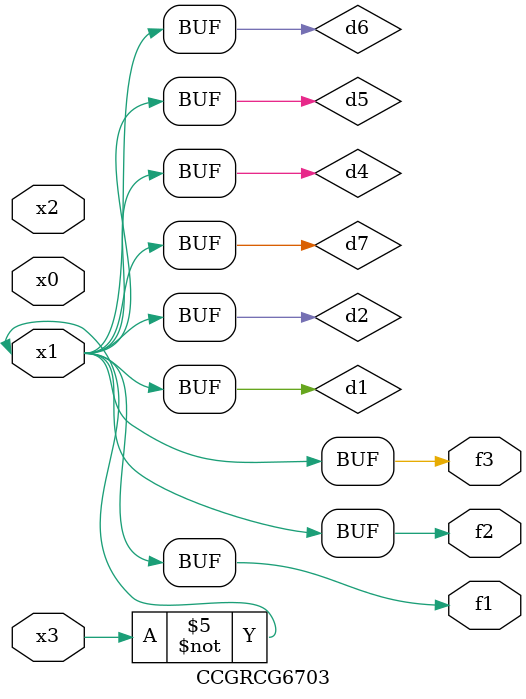
<source format=v>
module CCGRCG6703(
	input x0, x1, x2, x3,
	output f1, f2, f3
);

	wire d1, d2, d3, d4, d5, d6, d7;

	not (d1, x3);
	buf (d2, x1);
	xnor (d3, d1, d2);
	nor (d4, d1);
	buf (d5, d1, d2);
	buf (d6, d4, d5);
	nand (d7, d4);
	assign f1 = d6;
	assign f2 = d7;
	assign f3 = d6;
endmodule

</source>
